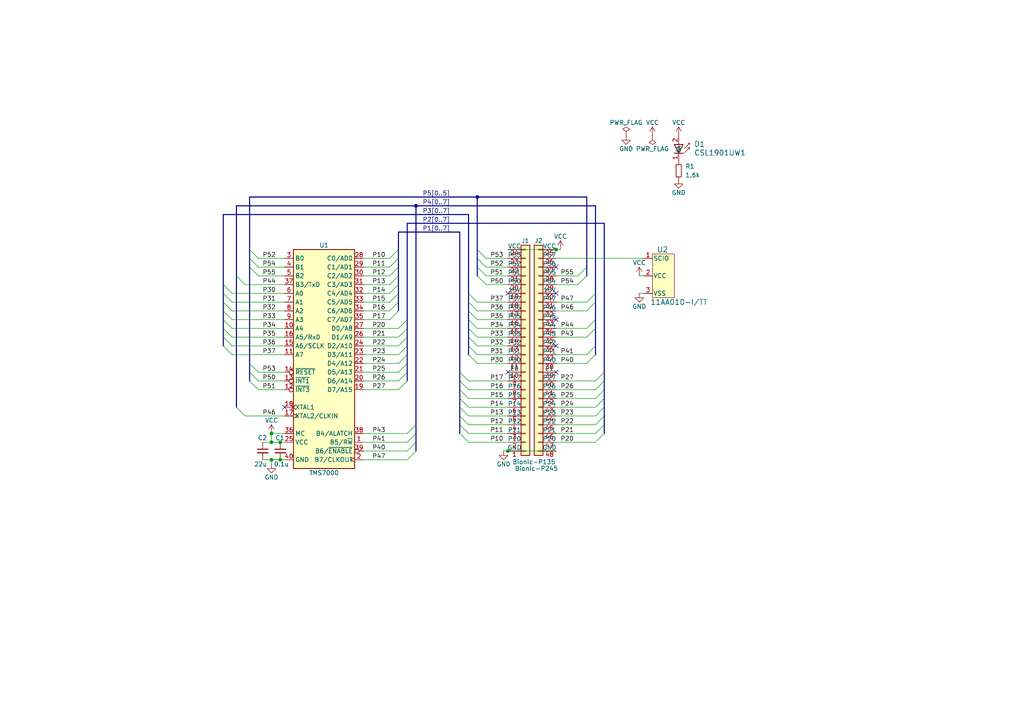
<source format=kicad_sch>
(kicad_sch (version 20230121) (generator eeschema)
  (paper "A4")
  (title_block (title "BionicTMS7000") (date "2024-06-06") (rev "3") (company "Tadashi G. Takaoka"))
  (lib_symbols
    (symbol "0-LocalLibrary:11AA010-I_TT" (pin_names (offset 0.254))
      (property "Reference" "U" (at 2.54 1.27 0))
      (property "Value" "11AA010-I/TT" (at 3.81 -13.97 0))
      (symbol "11AA010-I_TT_1_1"
        (rectangle (start 0 0) (end 6.35 -12.7) (fill (type background)))
        (pin bidirectional line (at -2.54 -1.27 0) (length 2.54) (name "SCIO") (number "1"))
        (pin power_in line (at -2.54 -6.35 0) (length 2.54) (name "VCC") (number "2"))
        (pin power_in line (at -2.54 -11.43 0) (length 2.54) (name "VSS") (number "3"))
      )
    )
    (symbol "0-LocalLibrary:Bionic-P135" (pin_names (offset 0))
      (property "Reference" "J" (at 0 30.48 0))
      (property "Value" "Bionic-P135" (at -1.27 -33.02 0))
      (symbol "Bionic-P135_1_1"
        (rectangle (start 0 -30.353) (end -1.27 -30.607) (stroke (width 0.1524)))
        (rectangle (start 0 -27.813) (end -1.27 -28.067) (stroke (width 0.1524)))
        (rectangle (start 0 -25.273) (end -1.27 -25.527) (stroke (width 0.1524)))
        (rectangle (start 0 -22.733) (end -1.27 -22.987) (stroke (width 0.1524)))
        (rectangle (start 0 -20.193) (end -1.27 -20.447) (stroke (width 0.1524)))
        (rectangle (start 0 -17.653) (end -1.27 -17.907) (stroke (width 0.1524)))
        (rectangle (start 0 -15.113) (end -1.27 -15.367) (stroke (width 0.1524)))
        (rectangle (start 0 -12.573) (end -1.27 -12.827) (stroke (width 0.1524)))
        (rectangle (start 0 -10.033) (end -1.27 -10.287) (stroke (width 0.1524)))
        (rectangle (start 0 -7.493) (end -1.27 -7.747) (stroke (width 0.1524)))
        (rectangle (start 0 -4.953) (end -1.27 -5.207) (stroke (width 0.1524)))
        (rectangle (start 0 -2.413) (end -1.27 -2.667) (stroke (width 0.1524)))
        (rectangle (start 0 0.127) (end -1.27 -0.127) (stroke (width 0.1524)))
        (rectangle (start 0 2.667) (end -1.27 2.413) (stroke (width 0.1524)))
        (rectangle (start 0 5.207) (end -1.27 4.953) (stroke (width 0.1524)))
        (rectangle (start 0 7.747) (end -1.27 7.493) (stroke (width 0.1524)))
        (rectangle (start 0 10.287) (end -1.27 10.033) (stroke (width 0.1524)))
        (rectangle (start 0 12.827) (end -1.27 12.573) (stroke (width 0.1524)))
        (rectangle (start 0 15.367) (end -1.27 15.113) (stroke (width 0.1524)))
        (rectangle (start 0 17.907) (end -1.27 17.653) (stroke (width 0.1524)))
        (rectangle (start 0 20.447) (end -1.27 20.193) (stroke (width 0.1524)))
        (rectangle (start 0 22.987) (end -1.27 22.733) (stroke (width 0.1524)))
        (rectangle (start 0 25.527) (end -1.27 25.273) (stroke (width 0.1524)))
        (rectangle (start 0 28.067) (end -1.27 27.813) (stroke (width 0.1524)))
        (rectangle (start 1.27 29.21) (end -1.27 -31.75) (stroke (width 0.254)) (fill (type background)))
        (pin power_in line (at -5.08 -30.48 0) (length 3.81) (name "GND") (number "1"))
        (pin bidirectional line (at -5.08 -7.62 0) (length 3.81) (name "E0") (number "10"))
        (pin bidirectional line (at -5.08 -5.08 0) (length 3.81) (name "P30") (number "11"))
        (pin bidirectional line (at -5.08 -2.54 0) (length 3.81) (name "P31") (number "12"))
        (pin bidirectional line (at -5.08 0 0) (length 3.81) (name "P32") (number "13"))
        (pin bidirectional line (at -5.08 2.54 0) (length 3.81) (name "P33") (number "14"))
        (pin bidirectional line (at -5.08 5.08 0) (length 3.81) (name "P34") (number "15"))
        (pin bidirectional line (at -5.08 7.62 0) (length 3.81) (name "P35") (number "16"))
        (pin bidirectional line (at -5.08 10.16 0) (length 3.81) (name "P36") (number "17"))
        (pin bidirectional line (at -5.08 12.7 0) (length 3.81) (name "P37") (number "18"))
        (pin power_in line (at -5.08 15.24 0) (length 3.81) (name "15V") (number "19"))
        (pin bidirectional line (at -5.08 -27.94 0) (length 3.81) (name "P10") (number "2"))
        (pin bidirectional line (at -5.08 17.78 0) (length 3.81) (name "P50") (number "20"))
        (pin bidirectional line (at -5.08 20.32 0) (length 3.81) (name "P51") (number "21"))
        (pin bidirectional line (at -5.08 22.86 0) (length 3.81) (name "P52") (number "22"))
        (pin bidirectional line (at -5.08 25.4 0) (length 3.81) (name "P53") (number "23"))
        (pin power_in line (at -5.08 27.94 0) (length 3.81) (name "VCC") (number "24"))
        (pin bidirectional line (at -5.08 -25.4 0) (length 3.81) (name "P11") (number "3"))
        (pin bidirectional line (at -5.08 -22.86 0) (length 3.81) (name "P12") (number "4"))
        (pin bidirectional line (at -5.08 -20.32 0) (length 3.81) (name "P13") (number "5"))
        (pin bidirectional line (at -5.08 -17.78 0) (length 3.81) (name "P14") (number "6"))
        (pin bidirectional line (at -5.08 -15.24 0) (length 3.81) (name "P15") (number "7"))
        (pin bidirectional line (at -5.08 -12.7 0) (length 3.81) (name "P16") (number "8"))
        (pin bidirectional line (at -5.08 -10.16 0) (length 3.81) (name "P17") (number "9"))
      )
    )
    (symbol "0-LocalLibrary:Bionic-P245" (pin_names (offset 0))
      (property "Reference" "J" (at -3.81 30.48 0))
      (property "Value" "Bionic-P245" (at -1.27 -33.02 0))
      (symbol "Bionic-P245_1_1"
        (rectangle (start -2.54 -30.607) (end -3.81 -30.353) (stroke (width 0.1524)))
        (rectangle (start -2.54 -28.067) (end -3.81 -27.813) (stroke (width 0.1524)))
        (rectangle (start -2.54 -25.527) (end -3.81 -25.273) (stroke (width 0.1524)))
        (rectangle (start -2.54 -22.987) (end -3.81 -22.733) (stroke (width 0.1524)))
        (rectangle (start -2.54 -20.447) (end -3.81 -20.193) (stroke (width 0.1524)))
        (rectangle (start -2.54 -17.907) (end -3.81 -17.653) (stroke (width 0.1524)))
        (rectangle (start -2.54 -15.367) (end -3.81 -15.113) (stroke (width 0.1524)))
        (rectangle (start -2.54 -12.827) (end -3.81 -12.573) (stroke (width 0.1524)))
        (rectangle (start -2.54 -10.287) (end -3.81 -10.033) (stroke (width 0.1524)))
        (rectangle (start -2.54 -7.747) (end -3.81 -7.493) (stroke (width 0.1524)))
        (rectangle (start -2.54 -5.207) (end -3.81 -4.953) (stroke (width 0.1524)))
        (rectangle (start -2.54 -2.667) (end -3.81 -2.413) (stroke (width 0.1524)))
        (rectangle (start -2.54 -0.127) (end -3.81 0.127) (stroke (width 0.1524)))
        (rectangle (start -2.54 2.413) (end -3.81 2.667) (stroke (width 0.1524)))
        (rectangle (start -2.54 4.953) (end -3.81 5.207) (stroke (width 0.1524)))
        (rectangle (start -2.54 7.493) (end -3.81 7.747) (stroke (width 0.1524)))
        (rectangle (start -2.54 10.033) (end -3.81 10.287) (stroke (width 0.1524)))
        (rectangle (start -2.54 12.573) (end -3.81 12.827) (stroke (width 0.1524)))
        (rectangle (start -2.54 15.113) (end -3.81 15.367) (stroke (width 0.1524)))
        (rectangle (start -2.54 17.653) (end -3.81 17.907) (stroke (width 0.1524)))
        (rectangle (start -2.54 20.193) (end -3.81 20.447) (stroke (width 0.1524)))
        (rectangle (start -2.54 22.733) (end -3.81 22.987) (stroke (width 0.1524)))
        (rectangle (start -2.54 25.273) (end -3.81 25.527) (stroke (width 0.1524)))
        (rectangle (start -2.54 27.813) (end -3.81 28.067) (stroke (width 0.1524)))
        (rectangle (start -2.54 29.21) (end -5.08 -31.75) (stroke (width 0.254)) (fill (type background)))
        (pin power_in line (at 1.27 27.94 180) (length 3.81) (name "VCC") (number "25"))
        (pin bidirectional line (at 1.27 25.4 180) (length 3.81) (name "P57") (number "26"))
        (pin bidirectional line (at 1.27 22.86 180) (length 3.81) (name "P56") (number "27"))
        (pin bidirectional line (at 1.27 20.32 180) (length 3.81) (name "P55") (number "28"))
        (pin bidirectional line (at 1.27 17.78 180) (length 3.81) (name "P54") (number "29"))
        (pin power_in line (at 1.27 15.24 180) (length 3.81) (name "15V") (number "30"))
        (pin bidirectional line (at 1.27 12.7 180) (length 3.81) (name "P47") (number "31"))
        (pin bidirectional line (at 1.27 10.16 180) (length 3.81) (name "P46") (number "32"))
        (pin bidirectional line (at 1.27 7.62 180) (length 3.81) (name "P45") (number "33"))
        (pin bidirectional line (at 1.27 5.08 180) (length 3.81) (name "P44") (number "34"))
        (pin bidirectional line (at 1.27 2.54 180) (length 3.81) (name "P43") (number "35"))
        (pin bidirectional line (at 1.27 0 180) (length 3.81) (name "P42") (number "36"))
        (pin bidirectional line (at 1.27 -2.54 180) (length 3.81) (name "P41") (number "37"))
        (pin bidirectional line (at 1.27 -5.08 180) (length 3.81) (name "P40") (number "38"))
        (pin bidirectional line (at 1.27 -7.62 180) (length 3.81) (name "E1") (number "39"))
        (pin bidirectional line (at 1.27 -10.16 180) (length 3.81) (name "P27") (number "40"))
        (pin bidirectional line (at 1.27 -12.7 180) (length 3.81) (name "P26") (number "41"))
        (pin bidirectional line (at 1.27 -15.24 180) (length 3.81) (name "P25") (number "42"))
        (pin bidirectional line (at 1.27 -17.78 180) (length 3.81) (name "P24") (number "43"))
        (pin bidirectional line (at 1.27 -20.32 180) (length 3.81) (name "P23") (number "44"))
        (pin bidirectional line (at 1.27 -22.86 180) (length 3.81) (name "P22") (number "45"))
        (pin bidirectional line (at 1.27 -25.4 180) (length 3.81) (name "P21") (number "46"))
        (pin bidirectional line (at 1.27 -27.94 180) (length 3.81) (name "P20") (number "47"))
        (pin power_in line (at 1.27 -30.48 180) (length 3.81) (name "GND") (number "48"))
      )
    )
    (symbol "0-LocalLibrary:CSL1901UW1" (pin_names (offset 0.254))
      (property "Reference" "D" (at 3.81 -2.54 0))
      (property "Value" "CSL1901UW1" (at 3.81 -5.08 0))
      (symbol "CSL1901UW1_0_1"
        (polyline (pts (xy 2.159 3.175) (xy 2.667 3.175)))
        (polyline (pts (xy 2.54 0) (xy 5.08 0)))
        (polyline (pts (xy 5.08 1.27) (xy 5.08 -1.27)) (stroke (width 0.254)))
        (polyline (pts (xy 3.683 1.651) (xy 2.159 3.175) (xy 2.159 2.667)))
        (polyline (pts (xy 2.54 -1.27) (xy 5.08 0) (xy 2.54 1.27) (xy 2.54 -1.27)) (stroke (width 0.254)))
        (polyline (pts (xy 4.953 1.651) (xy 3.429 3.175) (xy 3.429 2.667) (xy 3.429 3.175) (xy 3.937 3.175)))
      )
      (symbol "CSL1901UW1_1_1"
        (pin passive line (at 7.62 0 180) (length 2.54) (name "K") (number "1"))
        (pin passive line (at 0 0 0) (length 2.54) (name "A") (number "2"))
      )
      (symbol "CSL1901UW1_1_2"
        (polyline (pts (xy -5.08 7.62) (xy -4.445 8.255)) (stroke (width 0.2032)))
        (polyline (pts (xy -5.08 8.255) (xy -5.08 7.62)) (stroke (width 0.2032)))
        (polyline (pts (xy -4.445 6.35) (xy -3.81 6.985)) (stroke (width 0.2032)))
        (polyline (pts (xy -4.445 8.255) (xy -5.08 8.255)) (stroke (width 0.2032)))
        (polyline (pts (xy -4.445 9.525) (xy -3.81 10.16)) (stroke (width 0.2032)))
        (polyline (pts (xy -4.445 10.16) (xy -4.445 9.525)) (stroke (width 0.2032)))
        (polyline (pts (xy -3.81 6.985) (xy -5.08 8.255)) (stroke (width 0.2032)))
        (polyline (pts (xy -3.81 8.255) (xy -3.175 8.89)) (stroke (width 0.2032)))
        (polyline (pts (xy -3.81 10.16) (xy -4.445 10.16)) (stroke (width 0.2032)))
        (polyline (pts (xy -3.175 5.08) (xy -4.445 6.35)) (stroke (width 0.2032)))
        (polyline (pts (xy -3.175 8.89) (xy -4.445 10.16)) (stroke (width 0.2032)))
        (polyline (pts (xy -2.54 6.985) (xy -3.81 8.255)) (stroke (width 0.2032)))
        (polyline (pts (xy -1.905 3.81) (xy 1.905 3.81)) (stroke (width 0.2032)))
        (polyline (pts (xy 0 2.54) (xy 0 3.4798)) (stroke (width 0.2032)))
        (polyline (pts (xy 0 3.175) (xy 0 3.81)) (stroke (width 0.2032)))
        (polyline (pts (xy 0 6.35) (xy -1.905 3.81)) (stroke (width 0.2032)))
        (polyline (pts (xy 0 6.35) (xy 0 7.62)) (stroke (width 0.2032)))
        (polyline (pts (xy 1.905 3.81) (xy 0 6.35)) (stroke (width 0.2032)))
        (polyline (pts (xy 1.905 6.35) (xy -1.905 6.35)) (stroke (width 0.2032)))
        (pin unspecified line (at 0 10.16 270) (length 2.54) (name "") (number "1"))
        (pin unspecified line (at 0 0 90) (length 2.54) (name "") (number "2"))
      )
    )
    (symbol "0-LocalLibrary:TMS7000"
      (property "Reference" "U" (at -1.27 31.75 0))
      (property "Value" "TMS7000" (at -1.27 -11.43 90))
      (symbol "TMS7000_0_1"
        (rectangle (start -8.89 30.48) (end 8.89 -33.02) (stroke (width 0.254)) (fill (type background)))
      )
      (symbol "TMS7000_1_1"
        (pin output line (at 11.43 -25.4 180) (length 2.54) (name "B5/R~{W}") (number "1"))
        (pin bidirectional line (at -11.43 7.62 0) (length 2.54) (name "A4") (number "10"))
        (pin input line (at -11.43 0 0) (length 2.54) (name "A7") (number "11"))
        (pin input inverted (at -11.43 -10.16 0) (length 2.54) (name "~{INT3}") (number "12"))
        (pin input inverted (at -11.43 -7.62 0) (length 2.54) (name "~{INT1}") (number "13"))
        (pin input inverted (at -11.43 -5.08 0) (length 2.54) (name "~{RESET}") (number "14"))
        (pin bidirectional line (at -11.43 2.54 0) (length 2.54) (name "A6/SCLK") (number "15"))
        (pin input line (at -11.43 5.08 0) (length 2.54) (name "A5/RxD") (number "16"))
        (pin input clock (at -11.43 -17.78 0) (length 2.54) (name "XTAL2/CLKIN") (number "17"))
        (pin output non_logic (at -11.43 -15.24 0) (length 2.54) (name "XTAL1") (number "18"))
        (pin bidirectional line (at 11.43 -10.16 180) (length 2.54) (name "D7/A15") (number "19"))
        (pin output clock (at 11.43 -30.48 180) (length 2.54) (name "B7/CLKOUT") (number "2"))
        (pin bidirectional line (at 11.43 -7.62 180) (length 2.54) (name "D6/A14") (number "20"))
        (pin bidirectional line (at 11.43 -5.08 180) (length 2.54) (name "D5/A13") (number "21"))
        (pin bidirectional line (at 11.43 -2.54 180) (length 2.54) (name "D4/A12") (number "22"))
        (pin bidirectional line (at 11.43 0 180) (length 2.54) (name "D3/A11") (number "23"))
        (pin bidirectional line (at 11.43 2.54 180) (length 2.54) (name "D2/A10") (number "24"))
        (pin power_in line (at -11.43 -25.4 0) (length 2.54) (name "VCC") (number "25"))
        (pin bidirectional line (at 11.43 5.08 180) (length 2.54) (name "D1/A9") (number "26"))
        (pin bidirectional line (at 11.43 7.62 180) (length 2.54) (name "D0/A8") (number "27"))
        (pin bidirectional line (at 11.43 27.94 180) (length 2.54) (name "C0/AD0") (number "28"))
        (pin bidirectional line (at 11.43 25.4 180) (length 2.54) (name "C1/AD1") (number "29"))
        (pin output line (at -11.43 27.94 0) (length 2.54) (name "B0") (number "3"))
        (pin bidirectional line (at 11.43 22.86 180) (length 2.54) (name "C2/AD2") (number "30"))
        (pin bidirectional line (at 11.43 20.32 180) (length 2.54) (name "C3/AD3") (number "31"))
        (pin bidirectional line (at 11.43 17.78 180) (length 2.54) (name "C4/AD4") (number "32"))
        (pin bidirectional line (at 11.43 15.24 180) (length 2.54) (name "C5/AD5") (number "33"))
        (pin bidirectional line (at 11.43 12.7 180) (length 2.54) (name "C6/AD6") (number "34"))
        (pin bidirectional line (at 11.43 10.16 180) (length 2.54) (name "C7/AD7") (number "35"))
        (pin input line (at -11.43 -22.86 0) (length 2.54) (name "MC") (number "36"))
        (pin output line (at -11.43 20.32 0) (length 2.54) (name "B3/TxD") (number "37"))
        (pin output line (at 11.43 -22.86 180) (length 2.54) (name "B4/ALATCH") (number "38"))
        (pin output inverted (at 11.43 -27.94 180) (length 2.54) (name "B6/~{ENABLE}") (number "39"))
        (pin output line (at -11.43 25.4 0) (length 2.54) (name "B1") (number "4"))
        (pin power_in line (at -11.43 -30.48 0) (length 2.54) (name "GND") (number "40"))
        (pin output line (at -11.43 22.86 0) (length 2.54) (name "B2") (number "5"))
        (pin bidirectional line (at -11.43 17.78 0) (length 2.54) (name "A0") (number "6"))
        (pin bidirectional line (at -11.43 15.24 0) (length 2.54) (name "A1") (number "7"))
        (pin bidirectional line (at -11.43 12.7 0) (length 2.54) (name "A2") (number "8"))
        (pin bidirectional line (at -11.43 10.16 0) (length 2.54) (name "A3") (number "9"))
      )
    )
    (symbol "Device:C_Small" (pin_numbers hide) (pin_names (offset 0.254) hide)
      (property "Reference" "C" (at 0.254 1.778 0))
      (property "Value" "C_Small" (at 0.254 -2.032 0))
      (symbol "C_Small_0_1"
        (polyline (pts (xy -1.524 -0.508) (xy 1.524 -0.508)) (stroke (width 0.3302)))
        (polyline (pts (xy -1.524 0.508) (xy 1.524 0.508)) (stroke (width 0.3048)))
      )
      (symbol "C_Small_1_1"
        (pin passive line (at 0 2.54 270) (length 2.032) (name "~") (number "1"))
        (pin passive line (at 0 -2.54 90) (length 2.032) (name "~") (number "2"))
      )
    )
    (symbol "Device:R_Small" (pin_numbers hide) (pin_names (offset 0.254) hide)
      (property "Reference" "R" (at 0.762 0.508 0))
      (property "Value" "R_Small" (at 0.762 -1.016 0))
      (symbol "R_Small_0_1"
        (rectangle (start -0.762 1.778) (end 0.762 -1.778) (stroke (width 0.2032)))
      )
      (symbol "R_Small_1_1"
        (pin passive line (at 0 2.54 270) (length 0.762) (name "~") (number "1"))
        (pin passive line (at 0 -2.54 90) (length 0.762) (name "~") (number "2"))
      )
    )
    (symbol "GND_1" (power) (pin_names (offset 0))
      (property "Value" "GND_1" (at 0 -3.81 0))
      (symbol "GND_1_0_1"
        (polyline (pts (xy 0 0) (xy 0 -1.27) (xy 1.27 -1.27) (xy 0 -2.54) (xy -1.27 -1.27) (xy 0 -1.27)))
      )
      (symbol "GND_1_1_1"
        (pin power_in line (at 0 0 270) (length 0) hide (name "GND") (number "1"))
      )
    )
    (symbol "VCC_1" (power) (pin_names (offset 0))
      (property "Value" "VCC_1" (at 0 3.81 0))
      (symbol "VCC_1_0_1"
        (polyline (pts (xy -0.762 1.27) (xy 0 2.54)))
        (polyline (pts (xy 0 0) (xy 0 2.54)))
        (polyline (pts (xy 0 2.54) (xy 0.762 1.27)))
      )
      (symbol "VCC_1_1_1"
        (pin power_in line (at 0 0 90) (length 0) hide (name "VCC") (number "1"))
      )
    )
    (symbol "power:PWR_FLAG" (power) (pin_numbers hide) (pin_names (offset 0) hide)
      (property "Value" "PWR_FLAG" (at 0 3.81 0))
      (symbol "PWR_FLAG_0_0"
        (pin power_out line (at 0 0 90) (length 0) (name "pwr") (number "1"))
      )
      (symbol "PWR_FLAG_0_1"
        (polyline (pts (xy 0 0) (xy 0 1.27) (xy -1.016 1.905) (xy 0 2.54) (xy 1.016 1.905) (xy 0 1.27)))
      )
    )
  )
  (junction (at 147.32 130.81))
  (junction (at 138.43 57.15))
  (junction (at 120.65 59.69))
  (junction (at 81.28 133.35))
  (junction (at 81.28 128.27))
  (junction (at 78.74 128.27))
  (junction (at 78.74 133.35))
  (junction (at 161.29 72.39))
  (junction (at 78.74 125.73))
  (no_connect (at 161.29 107.95))
  (no_connect (at 161.29 100.33))
  (no_connect (at 161.29 92.71))
  (no_connect (at 161.29 85.09))
  (no_connect (at 147.32 85.09))
  (no_connect (at 161.29 77.47))
  (no_connect (at 147.32 107.95))
  (no_connect (at 82.55 118.11))
  (bus_entry (at 175.26 125.73) (size -2.54 2.54))
  (bus_entry (at 72.39 77.47) (size 2.54 2.54))
  (bus_entry (at 133.35 113.03) (size 2.54 2.54))
  (bus_entry (at 72.39 72.39) (size 2.54 2.54))
  (bus_entry (at 172.72 85.09) (size -2.54 2.54))
  (bus_entry (at 135.89 85.09) (size 2.54 2.54))
  (bus_entry (at 175.26 113.03) (size -2.54 2.54))
  (bus_entry (at 175.26 107.95) (size -2.54 2.54))
  (bus_entry (at 172.72 87.63) (size -2.54 2.54))
  (bus_entry (at 113.03 87.63) (size 2.54 -2.54))
  (bus_entry (at 135.89 90.17) (size 2.54 2.54))
  (bus_entry (at 118.11 97.79) (size -2.54 2.54))
  (bus_entry (at 133.35 107.95) (size 2.54 2.54))
  (bus_entry (at 170.18 80.01) (size -2.54 2.54))
  (bus_entry (at 138.43 80.01) (size 2.54 2.54))
  (bus_entry (at 133.35 123.19) (size 2.54 2.54))
  (bus_entry (at 118.11 100.33) (size -2.54 2.54))
  (bus_entry (at 172.72 100.33) (size -2.54 2.54))
  (bus_entry (at 120.65 123.19) (size -2.54 2.54))
  (bus_entry (at 135.89 87.63) (size 2.54 2.54))
  (bus_entry (at 170.18 77.47) (size -2.54 2.54))
  (bus_entry (at 175.26 123.19) (size -2.54 2.54))
  (bus_entry (at 175.26 118.11) (size -2.54 2.54))
  (bus_entry (at 72.39 74.93) (size 2.54 2.54))
  (bus_entry (at 64.77 85.09) (size 2.54 2.54))
  (bus_entry (at 172.72 102.87) (size -2.54 2.54))
  (bus_entry (at 72.39 110.49) (size 2.54 2.54))
  (bus_entry (at 120.65 130.81) (size -2.54 2.54))
  (bus_entry (at 113.03 90.17) (size 2.54 -2.54))
  (bus_entry (at 133.35 118.11) (size 2.54 2.54))
  (bus_entry (at 113.03 77.47) (size 2.54 -2.54))
  (bus_entry (at 120.65 125.73) (size -2.54 2.54))
  (bus_entry (at 135.89 102.87) (size 2.54 2.54))
  (bus_entry (at 64.77 92.71) (size 2.54 2.54))
  (bus_entry (at 113.03 82.55) (size 2.54 -2.54))
  (bus_entry (at 172.72 92.71) (size -2.54 2.54))
  (bus_entry (at 118.11 92.71) (size -2.54 2.54))
  (bus_entry (at 113.03 92.71) (size 2.54 -2.54))
  (bus_entry (at 133.35 125.73) (size 2.54 2.54))
  (bus_entry (at 118.11 105.41) (size -2.54 2.54))
  (bus_entry (at 113.03 74.93) (size 2.54 -2.54))
  (bus_entry (at 175.26 110.49) (size -2.54 2.54))
  (bus_entry (at 120.65 128.27) (size -2.54 2.54))
  (bus_entry (at 133.35 120.65) (size 2.54 2.54))
  (bus_entry (at 68.58 118.11) (size 2.54 2.54))
  (bus_entry (at 118.11 107.95) (size -2.54 2.54))
  (bus_entry (at 135.89 97.79) (size 2.54 2.54))
  (bus_entry (at 72.39 107.95) (size 2.54 2.54))
  (bus_entry (at 118.11 102.87) (size -2.54 2.54))
  (bus_entry (at 138.43 72.39) (size 2.54 2.54))
  (bus_entry (at 172.72 95.25) (size -2.54 2.54))
  (bus_entry (at 64.77 100.33) (size 2.54 2.54))
  (bus_entry (at 64.77 82.55) (size 2.54 2.54))
  (bus_entry (at 135.89 92.71) (size 2.54 2.54))
  (bus_entry (at 64.77 97.79) (size 2.54 2.54))
  (bus_entry (at 135.89 100.33) (size 2.54 2.54))
  (bus_entry (at 64.77 90.17) (size 2.54 2.54))
  (bus_entry (at 175.26 120.65) (size -2.54 2.54))
  (bus_entry (at 133.35 115.57) (size 2.54 2.54))
  (bus_entry (at 68.58 80.01) (size 2.54 2.54))
  (bus_entry (at 64.77 95.25) (size 2.54 2.54))
  (bus_entry (at 138.43 77.47) (size 2.54 2.54))
  (bus_entry (at 72.39 105.41) (size 2.54 2.54))
  (bus_entry (at 118.11 110.49) (size -2.54 2.54))
  (bus_entry (at 118.11 95.25) (size -2.54 2.54))
  (bus_entry (at 64.77 87.63) (size 2.54 2.54))
  (bus_entry (at 138.43 74.93) (size 2.54 2.54))
  (bus_entry (at 175.26 115.57) (size -2.54 2.54))
  (bus_entry (at 135.89 95.25) (size 2.54 2.54))
  (bus_entry (at 113.03 85.09) (size 2.54 -2.54))
  (bus_entry (at 113.03 80.01) (size 2.54 -2.54))
  (bus_entry (at 133.35 110.49) (size 2.54 2.54))
  (bus (pts (xy 175.26 120.65) (xy 175.26 118.11)))
  (wire (pts (xy 140.97 80.01) (xy 147.32 80.01)))
  (bus (pts (xy 175.26 118.11) (xy 175.26 115.57)))
  (wire (pts (xy 105.41 85.09) (xy 113.03 85.09)))
  (wire (pts (xy 161.29 105.41) (xy 170.18 105.41)))
  (bus (pts (xy 118.11 97.79) (xy 118.11 100.33)))
  (bus (pts (xy 133.35 115.57) (xy 133.35 113.03)))
  (bus (pts (xy 135.89 92.71) (xy 135.89 90.17)))
  (bus (pts (xy 135.89 102.87) (xy 135.89 100.33)))
  (bus (pts (xy 133.35 118.11) (xy 133.35 115.57)))
  (wire (pts (xy 162.56 72.39) (xy 161.29 72.39)))
  (wire (pts (xy 138.43 92.71) (xy 147.32 92.71)))
  (bus (pts (xy 72.39 77.47) (xy 72.39 105.41)))
  (bus (pts (xy 133.35 113.03) (xy 133.35 110.49)))
  (wire (pts (xy 67.31 85.09) (xy 82.55 85.09)))
  (wire (pts (xy 74.93 77.47) (xy 82.55 77.47)))
  (bus (pts (xy 175.26 125.73) (xy 175.26 123.19)))
  (wire (pts (xy 140.97 82.55) (xy 147.32 82.55)))
  (wire (pts (xy 78.74 125.73) (xy 82.55 125.73)))
  (bus (pts (xy 115.57 67.31) (xy 115.57 72.39)))
  (bus (pts (xy 120.65 123.19) (xy 120.65 125.73)))
  (wire (pts (xy 138.43 90.17) (xy 147.32 90.17)))
  (bus (pts (xy 64.77 100.33) (xy 64.77 97.79)))
  (wire (pts (xy 105.41 90.17) (xy 113.03 90.17)))
  (wire (pts (xy 71.12 82.55) (xy 82.55 82.55)))
  (wire (pts (xy 78.74 133.35) (xy 81.28 133.35)))
  (wire (pts (xy 135.89 115.57) (xy 147.32 115.57)))
  (bus (pts (xy 118.11 95.25) (xy 118.11 97.79)))
  (wire (pts (xy 138.43 87.63) (xy 147.32 87.63)))
  (wire (pts (xy 147.32 72.39) (xy 161.29 72.39)))
  (wire (pts (xy 135.89 128.27) (xy 147.32 128.27)))
  (wire (pts (xy 146.05 130.81) (xy 147.32 130.81)))
  (bus (pts (xy 172.72 85.09) (xy 172.72 59.69)))
  (wire (pts (xy 186.69 80.01) (xy 185.42 80.01)))
  (wire (pts (xy 161.29 128.27) (xy 172.72 128.27)))
  (wire (pts (xy 74.93 74.93) (xy 82.55 74.93)))
  (wire (pts (xy 67.31 95.25) (xy 82.55 95.25)))
  (wire (pts (xy 71.12 120.65) (xy 82.55 120.65)))
  (bus (pts (xy 138.43 74.93) (xy 138.43 72.39)))
  (wire (pts (xy 78.74 128.27) (xy 78.74 125.73)))
  (wire (pts (xy 135.89 113.03) (xy 147.32 113.03)))
  (bus (pts (xy 115.57 82.55) (xy 115.57 85.09)))
  (wire (pts (xy 67.31 87.63) (xy 82.55 87.63)))
  (bus (pts (xy 115.57 77.47) (xy 115.57 80.01)))
  (wire (pts (xy 105.41 97.79) (xy 115.57 97.79)))
  (wire (pts (xy 161.29 118.11) (xy 172.72 118.11)))
  (bus (pts (xy 133.35 110.49) (xy 133.35 107.95)))
  (bus (pts (xy 72.39 57.15) (xy 72.39 72.39)))
  (wire (pts (xy 138.43 97.79) (xy 147.32 97.79)))
  (wire (pts (xy 67.31 90.17) (xy 82.55 90.17)))
  (bus (pts (xy 64.77 62.23) (xy 64.77 82.55)))
  (wire (pts (xy 186.69 85.09) (xy 185.42 85.09)))
  (bus (pts (xy 172.72 102.87) (xy 172.72 100.33)))
  (wire (pts (xy 161.29 115.57) (xy 172.72 115.57)))
  (wire (pts (xy 135.89 125.73) (xy 147.32 125.73)))
  (wire (pts (xy 161.29 97.79) (xy 170.18 97.79)))
  (bus (pts (xy 118.11 92.71) (xy 118.11 95.25)))
  (wire (pts (xy 135.89 110.49) (xy 147.32 110.49)))
  (bus (pts (xy 172.72 100.33) (xy 172.72 95.25)))
  (wire (pts (xy 140.97 74.93) (xy 147.32 74.93)))
  (wire (pts (xy 161.29 87.63) (xy 170.18 87.63)))
  (bus (pts (xy 175.26 115.57) (xy 175.26 113.03)))
  (wire (pts (xy 140.97 77.47) (xy 147.32 77.47)))
  (bus (pts (xy 118.11 102.87) (xy 118.11 105.41)))
  (wire (pts (xy 105.41 100.33) (xy 115.57 100.33)))
  (bus (pts (xy 64.77 92.71) (xy 64.77 90.17)))
  (wire (pts (xy 105.41 95.25) (xy 115.57 95.25)))
  (bus (pts (xy 138.43 72.39) (xy 138.43 57.15)))
  (bus (pts (xy 118.11 105.41) (xy 118.11 107.95)))
  (wire (pts (xy 76.2 128.27) (xy 78.74 128.27)))
  (wire (pts (xy 161.29 125.73) (xy 172.72 125.73)))
  (bus (pts (xy 64.77 85.09) (xy 64.77 82.55)))
  (wire (pts (xy 161.29 74.93) (xy 186.69 74.93)))
  (bus (pts (xy 170.18 57.15) (xy 138.43 57.15)))
  (wire (pts (xy 161.29 120.65) (xy 172.72 120.65)))
  (wire (pts (xy 161.29 82.55) (xy 167.64 82.55)))
  (wire (pts (xy 76.2 133.35) (xy 78.74 133.35)))
  (wire (pts (xy 147.32 130.81) (xy 161.29 130.81)))
  (bus (pts (xy 115.57 85.09) (xy 115.57 87.63)))
  (wire (pts (xy 105.41 125.73) (xy 118.11 125.73)))
  (bus (pts (xy 172.72 59.69) (xy 120.65 59.69)))
  (wire (pts (xy 138.43 102.87) (xy 147.32 102.87)))
  (wire (pts (xy 105.41 105.41) (xy 115.57 105.41)))
  (wire (pts (xy 161.29 95.25) (xy 170.18 95.25)))
  (wire (pts (xy 135.89 118.11) (xy 147.32 118.11)))
  (bus (pts (xy 64.77 95.25) (xy 64.77 92.71)))
  (bus (pts (xy 175.26 123.19) (xy 175.26 120.65)))
  (wire (pts (xy 105.41 77.47) (xy 113.03 77.47)))
  (bus (pts (xy 64.77 87.63) (xy 64.77 85.09)))
  (bus (pts (xy 115.57 87.63) (xy 115.57 90.17)))
  (wire (pts (xy 67.31 102.87) (xy 82.55 102.87)))
  (bus (pts (xy 120.65 125.73) (xy 120.65 128.27)))
  (bus (pts (xy 138.43 57.15) (xy 72.39 57.15)))
  (bus (pts (xy 172.72 95.25) (xy 172.72 92.71)))
  (bus (pts (xy 175.26 110.49) (xy 175.26 107.95)))
  (bus (pts (xy 72.39 107.95) (xy 72.39 110.49)))
  (wire (pts (xy 105.41 113.03) (xy 115.57 113.03)))
  (bus (pts (xy 115.57 74.93) (xy 115.57 77.47)))
  (bus (pts (xy 68.58 59.69) (xy 68.58 80.01)))
  (wire (pts (xy 105.41 110.49) (xy 115.57 110.49)))
  (wire (pts (xy 78.74 134.62) (xy 78.74 133.35)))
  (wire (pts (xy 161.29 102.87) (xy 170.18 102.87)))
  (bus (pts (xy 135.89 95.25) (xy 135.89 92.71)))
  (wire (pts (xy 161.29 90.17) (xy 170.18 90.17)))
  (wire (pts (xy 105.41 82.55) (xy 113.03 82.55)))
  (wire (pts (xy 138.43 95.25) (xy 147.32 95.25)))
  (bus (pts (xy 133.35 107.95) (xy 133.35 67.31)))
  (bus (pts (xy 64.77 90.17) (xy 64.77 87.63)))
  (wire (pts (xy 105.41 80.01) (xy 113.03 80.01)))
  (bus (pts (xy 135.89 62.23) (xy 64.77 62.23)))
  (bus (pts (xy 135.89 87.63) (xy 135.89 85.09)))
  (bus (pts (xy 72.39 72.39) (xy 72.39 74.93)))
  (bus (pts (xy 135.89 90.17) (xy 135.89 87.63)))
  (bus (pts (xy 175.26 64.77) (xy 118.11 64.77)))
  (bus (pts (xy 72.39 105.41) (xy 72.39 107.95)))
  (wire (pts (xy 74.93 110.49) (xy 82.55 110.49)))
  (wire (pts (xy 105.41 128.27) (xy 118.11 128.27)))
  (wire (pts (xy 67.31 100.33) (xy 82.55 100.33)))
  (bus (pts (xy 135.89 85.09) (xy 135.89 62.23)))
  (bus (pts (xy 120.65 128.27) (xy 120.65 130.81)))
  (wire (pts (xy 161.29 123.19) (xy 172.72 123.19)))
  (bus (pts (xy 115.57 80.01) (xy 115.57 82.55)))
  (wire (pts (xy 161.29 110.49) (xy 172.72 110.49)))
  (bus (pts (xy 133.35 123.19) (xy 133.35 120.65)))
  (wire (pts (xy 105.41 92.71) (xy 113.03 92.71)))
  (wire (pts (xy 105.41 133.35) (xy 118.11 133.35)))
  (bus (pts (xy 133.35 120.65) (xy 133.35 118.11)))
  (bus (pts (xy 133.35 125.73) (xy 133.35 123.19)))
  (wire (pts (xy 67.31 97.79) (xy 82.55 97.79)))
  (bus (pts (xy 172.72 87.63) (xy 172.72 85.09)))
  (bus (pts (xy 175.26 113.03) (xy 175.26 110.49)))
  (bus (pts (xy 172.72 87.63) (xy 172.72 92.71)))
  (bus (pts (xy 175.26 107.95) (xy 175.26 64.77)))
  (bus (pts (xy 72.39 74.93) (xy 72.39 77.47)))
  (wire (pts (xy 161.29 113.03) (xy 172.72 113.03)))
  (wire (pts (xy 105.41 87.63) (xy 113.03 87.63)))
  (wire (pts (xy 78.74 128.27) (xy 81.28 128.27)))
  (bus (pts (xy 118.11 64.77) (xy 118.11 92.71)))
  (wire (pts (xy 67.31 92.71) (xy 82.55 92.71)))
  (wire (pts (xy 138.43 105.41) (xy 147.32 105.41)))
  (bus (pts (xy 138.43 77.47) (xy 138.43 74.93)))
  (bus (pts (xy 115.57 72.39) (xy 115.57 74.93)))
  (wire (pts (xy 74.93 80.01) (xy 82.55 80.01)))
  (bus (pts (xy 170.18 77.47) (xy 170.18 57.15)))
  (bus (pts (xy 170.18 80.01) (xy 170.18 77.47)))
  (wire (pts (xy 81.28 133.35) (xy 82.55 133.35)))
  (wire (pts (xy 161.29 80.01) (xy 167.64 80.01)))
  (wire (pts (xy 105.41 130.81) (xy 118.11 130.81)))
  (bus (pts (xy 120.65 59.69) (xy 120.65 123.19)))
  (bus (pts (xy 118.11 107.95) (xy 118.11 110.49)))
  (bus (pts (xy 138.43 80.01) (xy 138.43 77.47)))
  (wire (pts (xy 135.89 120.65) (xy 147.32 120.65)))
  (bus (pts (xy 120.65 59.69) (xy 68.58 59.69)))
  (wire (pts (xy 74.93 107.95) (xy 82.55 107.95)))
  (wire (pts (xy 81.28 128.27) (xy 82.55 128.27)))
  (wire (pts (xy 135.89 123.19) (xy 147.32 123.19)))
  (bus (pts (xy 135.89 100.33) (xy 135.89 97.79)))
  (wire (pts (xy 138.43 100.33) (xy 147.32 100.33)))
  (bus (pts (xy 118.11 100.33) (xy 118.11 102.87)))
  (wire (pts (xy 74.93 113.03) (xy 82.55 113.03)))
  (bus (pts (xy 68.58 80.01) (xy 68.58 118.11)))
  (wire (pts (xy 105.41 102.87) (xy 115.57 102.87)))
  (wire (pts (xy 105.41 74.93) (xy 113.03 74.93)))
  (bus (pts (xy 133.35 67.31) (xy 115.57 67.31)))
  (bus (pts (xy 135.89 97.79) (xy 135.89 95.25)))
  (bus (pts (xy 64.77 97.79) (xy 64.77 95.25)))
  (wire (pts (xy 105.41 107.95) (xy 115.57 107.95)))
  (label "P2[0..7]" (at 122.555 64.77 0))
  (label "P25" (at 162.56 115.57 0))
  (label "P30" (at 80.01 85.09 180))
  (label "P40" (at 107.95 130.81 0))
  (label "P17" (at 107.95 92.71 0))
  (label "P3[0..7]" (at 122.555 62.23 0))
  (label "P20" (at 107.95 95.25 0))
  (label "P21" (at 107.95 97.79 0))
  (label "P46" (at 162.56 90.17 0))
  (label "P20" (at 162.56 128.27 0))
  (label "P50" (at 146.05 82.55 180))
  (label "P46" (at 80.01 120.65 180))
  (label "P31" (at 80.01 87.63 180))
  (label "P16" (at 146.05 113.03 180))
  (label "P12" (at 107.95 80.01 0))
  (label "P30" (at 146.05 105.41 180))
  (label "P32" (at 146.05 100.33 180))
  (label "P33" (at 146.05 97.79 180))
  (label "P24" (at 162.56 118.11 0))
  (label "P53" (at 80.01 107.95 180))
  (label "P21" (at 162.56 125.73 0))
  (label "P5[0..5]" (at 122.555 57.15 0))
  (label "P34" (at 146.05 95.25 180))
  (label "P26" (at 162.56 113.03 0))
  (label "P13" (at 107.95 82.55 0))
  (label "P31" (at 146.05 102.87 180))
  (label "P16" (at 107.95 90.17 0))
  (label "P32" (at 80.01 90.17 180))
  (label "P36" (at 146.05 90.17 180))
  (label "P52" (at 80.01 74.93 180))
  (label "P40" (at 162.56 105.41 0))
  (label "P53" (at 146.05 74.93 180))
  (label "P14" (at 146.05 118.11 180))
  (label "P10" (at 107.95 74.93 0))
  (label "P24" (at 107.95 105.41 0))
  (label "P13" (at 146.05 120.65 180))
  (label "P33" (at 80.01 92.71 180))
  (label "P23" (at 107.95 102.87 0))
  (label "P27" (at 162.56 110.49 0))
  (label "P44" (at 162.56 95.25 0))
  (label "P41" (at 107.95 128.27 0))
  (label "P11" (at 107.95 77.47 0))
  (label "P27" (at 107.95 113.03 0))
  (label "P37" (at 146.05 87.63 180))
  (label "P41" (at 162.56 102.87 0))
  (label "P55" (at 162.56 80.01 0))
  (label "P15" (at 146.05 115.57 180))
  (label "P51" (at 80.01 113.03 180))
  (label "P55" (at 80.01 80.01 180))
  (label "P43" (at 107.95 125.73 0))
  (label "P36" (at 80.01 100.33 180))
  (label "P1[0..7]" (at 122.555 67.31 0))
  (label "P34" (at 80.01 95.25 180))
  (label "P10" (at 146.05 128.27 180))
  (label "P54" (at 80.01 77.47 180))
  (label "P23" (at 162.56 120.65 0))
  (label "P22" (at 107.95 100.33 0))
  (label "P25" (at 107.95 107.95 0))
  (label "P54" (at 162.56 82.55 0))
  (label "P47" (at 107.95 133.35 0))
  (label "P12" (at 146.05 123.19 180))
  (label "P44" (at 80.01 82.55 180))
  (label "P11" (at 146.05 125.73 180))
  (label "P17" (at 146.05 110.49 180))
  (label "P35" (at 146.05 92.71 180))
  (label "P15" (at 107.95 87.63 0))
  (label "P35" (at 80.01 97.79 180))
  (label "P51" (at 146.05 80.01 180))
  (label "P37" (at 80.01 102.87 180))
  (label "P43" (at 162.56 97.79 0))
  (label "P50" (at 80.01 110.49 180))
  (label "P14" (at 107.95 85.09 0))
  (label "P4[0..7]" (at 122.555 59.69 0))
  (label "P26" (at 107.95 110.49 0))
  (label "P47" (at 162.56 87.63 0))
  (label "P52" (at 146.05 77.47 180))
  (label "P22" (at 162.56 123.19 0))
  (symbol (lib_id "Device:C_Small") (at 81.28 130.81 0) (mirror y) (unit 1)
    (property "Reference" "C1" (at 82.55 127 0) (effects (justify left)))
    (property "Value" "0.1u" (at 83.82 134.62 0) (effects (justify left)))
    (property "Footprint" "Capacitor_SMD:C_0603_1608Metric_Pad1.08x0.95mm_HandSolder" (effects hide))
  )
  (symbol (lib_name "GND_1") (lib_id "power:GND") (at 78.74 134.62 0) (unit 1)
    (property "Reference" "#PWR09" (effects hide))
    (property "Value" "GND" (at 78.74 138.43 0))
  )
  (symbol (lib_name "VCC_1") (lib_id "power:VCC") (at 189.23 39.37 0) (unit 1)
    (property "Reference" "#PWR010" (effects hide))
    (property "Value" "VCC" (at 189.23 35.56 0))
  )
  (symbol (lib_id "power:PWR_FLAG") (at 181.61 39.37 0) (unit 1)
    (property "Reference" "#FLG01" (effects hide))
    (property "Value" "PWR_FLAG" (at 181.61 35.56 0))
  )
  (symbol (lib_id "Device:C_Small") (at 76.2 130.81 0) (mirror y) (unit 1)
    (property "Reference" "C2" (at 77.47 127 0) (effects (justify left)))
    (property "Value" "22u" (at 77.47 134.62 0) (effects (justify left)))
    (property "Footprint" "Capacitor_SMD:C_0603_1608Metric_Pad1.08x0.95mm_HandSolder" (effects hide))
  )
  (symbol (lib_name "VCC_1") (lib_id "power:VCC") (at 78.74 125.73 0) (unit 1)
    (property "Reference" "#PWR03" (effects hide))
    (property "Value" "VCC" (at 78.74 121.92 0))
  )
  (symbol (lib_name "VCC_1") (lib_id "power:VCC") (at 196.85 39.37 0) (unit 1)
    (property "Reference" "#PWR08" (effects hide))
    (property "Value" "VCC" (at 196.85 35.56 0))
  )
  (symbol (lib_id "0-LocalLibrary:Bionic-P245") (at 160.02 100.33 0) (unit 1)
    (property "Reference" "J2" (at 156.21 69.85 0))
    (property "Value" "Bionic-P245" (at 155.575 135.89 0))
    (property "Footprint" "0-LocalLibrary:Bionic-P245_Vertical" (effects hide))
  )
  (symbol (lib_id "power:PWR_FLAG") (at 189.23 39.37 180) (unit 1)
    (property "Reference" "#FLG02" (effects hide))
    (property "Value" "PWR_FLAG" (at 189.23 43.18 0))
  )
  (symbol (lib_name "GND_1") (lib_id "power:GND") (at 181.61 39.37 0) (unit 1)
    (property "Reference" "#PWR05" (effects hide))
    (property "Value" "GND" (at 181.61 43.18 0))
  )
  (symbol (lib_id "Device:R_Small") (at 196.85 49.53 0) (unit 1)
    (property "Reference" "R1" (at 198.755 48.26 0) (effects (justify left)))
    (property "Value" "1.6k" (at 198.755 50.8 0) (effects (justify left)))
    (property "Footprint" "Resistor_SMD:R_0603_1608Metric_Pad0.98x0.95mm_HandSolder" (effects hide))
  )
  (symbol (lib_name "GND_1") (lib_id "power:GND") (at 196.85 52.07 0) (unit 1)
    (property "Reference" "#PWR04" (effects hide))
    (property "Value" "GND" (at 196.85 55.88 0))
  )
  (symbol (lib_name "VCC_1") (lib_id "power:VCC") (at 185.42 80.01 0) (unit 1)
    (property "Reference" "#PWR07" (effects hide))
    (property "Value" "VCC" (at 185.42 76.2 0))
  )
  (symbol (lib_id "0-LocalLibrary:CSL1901UW1") (at 196.85 39.37 270) (unit 1)
    (property "Reference" "D1" (at 201.295 41.783 90) (effects (font (size 1.524 1.524)) (justify left)))
    (property "Value" "CSL1901UW1" (at 201.295 44.323 90) (effects (font (size 1.524 1.524)) (justify left)))
    (property "Footprint" "0-LocalLibrary:LED_CSL1901UW1_ROM" (effects hide))
    (property "Datasheet" "https://fscdn.rohm.com/en/products/databook/datasheet/opto/led/chip_mono/csl1901uw1-e.pdf" (effects hide))
  )
  (symbol (lib_id "0-LocalLibrary:TMS7000") (at 93.98 102.87 0) (unit 1)
    (property "Reference" "U1" (at 93.98 71.12 0))
    (property "Value" "TMS7000" (at 93.98 137.16 0))
    (property "Footprint" "0-LocalLibrary:DIP-40_W15.24mm_Socket" (effects hide))
    (property "Datasheet" "http://bitsavers.informatik.uni-stuttgart.de/components/ti/TMS7000/1989_TI_TMS7000_Family_Data_Manual.pdf" (effects hide))
  )
  (symbol (lib_name "GND_1") (lib_id "power:GND") (at 185.42 85.09 0) (unit 1)
    (property "Reference" "#PWR02" (effects hide))
    (property "Value" "GND" (at 185.42 88.9 0))
  )
  (symbol (lib_id "0-LocalLibrary:11AA010-I_TT") (at 189.23 73.66 0) (unit 1)
    (property "Reference" "U2" (at 190.5 72.39 0) (effects (font (size 1.524 1.524)) (justify left)))
    (property "Value" "11AA010-I/TT" (at 188.595 87.63 0) (effects (font (size 1.524 1.524)) (justify left)))
    (property "Footprint" "0-LocalLibrary:SOT-23_MC_MCH-M" (effects hide))
    (property "Datasheet" "11AA010-I/TO" (effects hide))
  )
  (symbol (lib_name "VCC_1") (lib_id "power:VCC") (at 162.56 72.39 0) (unit 1)
    (property "Reference" "#PWR06" (effects hide))
    (property "Value" "VCC" (at 162.56 68.58 0))
  )
  (symbol (lib_name "GND_1") (lib_id "power:GND") (at 146.05 130.81 0) (unit 1)
    (property "Reference" "#PWR01" (effects hide))
    (property "Value" "GND" (at 146.05 134.62 0))
  )
  (symbol (lib_id "0-LocalLibrary:Bionic-P135") (at 152.4 100.33 0) (unit 1)
    (property "Reference" "J1" (at 151.13 69.85 0) (effects (justify left)))
    (property "Value" "Bionic-P135" (at 148.59 133.985 0) (effects (justify left)))
    (property "Footprint" "0-LocalLibrary:Bionic-P135_Vertical" (effects hide))
  )
)
</source>
